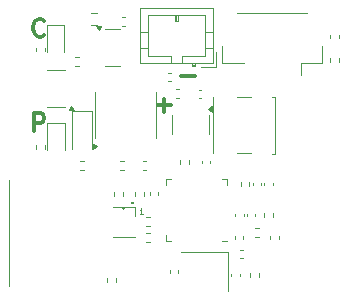
<source format=gto>
G04 #@! TF.GenerationSoftware,KiCad,Pcbnew,8.0.4*
G04 #@! TF.CreationDate,2024-07-24T18:14:05+02:00*
G04 #@! TF.ProjectId,ESP32-C3-V3,45535033-322d-4433-932d-56332e6b6963,rev?*
G04 #@! TF.SameCoordinates,Original*
G04 #@! TF.FileFunction,Legend,Top*
G04 #@! TF.FilePolarity,Positive*
%FSLAX46Y46*%
G04 Gerber Fmt 4.6, Leading zero omitted, Abs format (unit mm)*
G04 Created by KiCad (PCBNEW 8.0.4) date 2024-07-24 18:14:05*
%MOMM*%
%LPD*%
G01*
G04 APERTURE LIST*
%ADD10C,0.300000*%
%ADD11C,0.125000*%
%ADD12C,0.200000*%
%ADD13C,0.120000*%
G04 APERTURE END LIST*
D10*
X47445489Y5870600D02*
X46302632Y5870600D01*
X45445489Y3370600D02*
X44302632Y3370600D01*
X44874060Y2799172D02*
X44874060Y3942029D01*
X34711653Y9342029D02*
X34640225Y9270600D01*
X34640225Y9270600D02*
X34425939Y9199172D01*
X34425939Y9199172D02*
X34283082Y9199172D01*
X34283082Y9199172D02*
X34068796Y9270600D01*
X34068796Y9270600D02*
X33925939Y9413458D01*
X33925939Y9413458D02*
X33854510Y9556315D01*
X33854510Y9556315D02*
X33783082Y9842029D01*
X33783082Y9842029D02*
X33783082Y10056315D01*
X33783082Y10056315D02*
X33854510Y10342029D01*
X33854510Y10342029D02*
X33925939Y10484886D01*
X33925939Y10484886D02*
X34068796Y10627743D01*
X34068796Y10627743D02*
X34283082Y10699172D01*
X34283082Y10699172D02*
X34425939Y10699172D01*
X34425939Y10699172D02*
X34640225Y10627743D01*
X34640225Y10627743D02*
X34711653Y10556315D01*
X33854510Y1199172D02*
X33854510Y2699172D01*
X33854510Y2699172D02*
X34425939Y2699172D01*
X34425939Y2699172D02*
X34568796Y2627743D01*
X34568796Y2627743D02*
X34640225Y2556315D01*
X34640225Y2556315D02*
X34711653Y2413458D01*
X34711653Y2413458D02*
X34711653Y2199172D01*
X34711653Y2199172D02*
X34640225Y2056315D01*
X34640225Y2056315D02*
X34568796Y1984886D01*
X34568796Y1984886D02*
X34425939Y1913458D01*
X34425939Y1913458D02*
X33854510Y1913458D01*
D11*
X43063188Y-5822309D02*
X42777474Y-5822309D01*
X42920331Y-5822309D02*
X42920331Y-5322309D01*
X42920331Y-5322309D02*
X42872712Y-5393738D01*
X42872712Y-5393738D02*
X42825093Y-5441357D01*
X42825093Y-5441357D02*
X42777474Y-5465166D01*
D12*
X42228019Y-4859673D02*
X42180400Y-4907292D01*
X42180400Y-4907292D02*
X42132780Y-4859673D01*
X42132780Y-4859673D02*
X42180400Y-4812054D01*
X42180400Y-4812054D02*
X42228019Y-4859673D01*
X42228019Y-4859673D02*
X42132780Y-4859673D01*
D13*
G04 #@! TO.C,C3*
X53840000Y-7692164D02*
X53840000Y-7907836D01*
X54560000Y-7692164D02*
X54560000Y-7907836D01*
G04 #@! TO.C,R3*
X40020000Y-11246359D02*
X40020000Y-11553641D01*
X40780000Y-11246359D02*
X40780000Y-11553641D01*
G04 #@! TO.C,C5*
X48040000Y-1292164D02*
X48040000Y-1507836D01*
X48760000Y-1292164D02*
X48760000Y-1507836D01*
G04 #@! TO.C,R14*
X34020000Y3641D02*
X34020000Y-303641D01*
X34780000Y3641D02*
X34780000Y-303641D01*
G04 #@! TO.C,R9*
X58920000Y9353641D02*
X58920000Y9046359D01*
X59680000Y9353641D02*
X59680000Y9046359D01*
G04 #@! TO.C,R5*
X51320000Y-3146359D02*
X51320000Y-3453641D01*
X52080000Y-3146359D02*
X52080000Y-3453641D01*
G04 #@! TO.C,C1*
X51292164Y-8840000D02*
X51507836Y-8840000D01*
X51292164Y-9560000D02*
X51507836Y-9560000D01*
G04 #@! TO.C,C12*
X45340000Y-10807836D02*
X45340000Y-10592164D01*
X46060000Y-10807836D02*
X46060000Y-10592164D01*
G04 #@! TO.C,R20*
X39137258Y11222500D02*
X38662742Y11222500D01*
X39137258Y10177500D02*
X38662742Y10177500D01*
G04 #@! TO.C,R12*
X42420000Y-3946359D02*
X42420000Y-4253641D01*
X43180000Y-3946359D02*
X43180000Y-4253641D01*
G04 #@! TO.C,C11*
X43640000Y-3992164D02*
X43640000Y-4207836D01*
X44360000Y-3992164D02*
X44360000Y-4207836D01*
G04 #@! TO.C,C13*
X52340000Y-3387836D02*
X52340000Y-3172164D01*
X53060000Y-3387836D02*
X53060000Y-3172164D01*
G04 #@! TO.C,D1*
X40500000Y-5190000D02*
X42400000Y-5190000D01*
X40500000Y-7790000D02*
X42350000Y-7790000D01*
X41400000Y-5390000D02*
X41300000Y-5190000D01*
X41500000Y-5190000D02*
X41400000Y-5390000D01*
X42400000Y-5190000D02*
X42400000Y-5965000D01*
G04 #@! TO.C,D2*
X34925000Y10145000D02*
X34925000Y7860000D01*
X36395000Y10145000D02*
X34925000Y10145000D01*
X36395000Y7860000D02*
X36395000Y10145000D01*
G04 #@! TO.C,C6*
X50840000Y-7692164D02*
X50840000Y-7907836D01*
X51560000Y-7692164D02*
X51560000Y-7907836D01*
G04 #@! TO.C,U1*
X31720000Y-2910000D02*
X31720000Y-11910000D01*
G04 #@! TO.C,R4*
X45846359Y4730000D02*
X46153641Y4730000D01*
X45846359Y3970000D02*
X46153641Y3970000D01*
G04 #@! TO.C,J2*
X42840000Y11660000D02*
X42840000Y6940000D01*
X42840000Y9550000D02*
X43450000Y9550000D01*
X42840000Y8250000D02*
X43450000Y8250000D01*
X42840000Y6940000D02*
X48960000Y6940000D01*
X43450000Y11050000D02*
X43450000Y7550000D01*
X43450000Y7550000D02*
X45400000Y7550000D01*
X45400000Y7550000D02*
X45400000Y6940000D01*
X45800000Y10550000D02*
X45800000Y11050000D01*
X45900000Y11050000D02*
X45900000Y10550000D01*
X46000000Y11050000D02*
X46000000Y10550000D01*
X46000000Y10550000D02*
X45800000Y10550000D01*
X46400000Y7550000D02*
X48350000Y7550000D01*
X46400000Y6940000D02*
X46400000Y7550000D01*
X47200000Y6940000D02*
X47200000Y6740000D01*
X47200000Y6840000D02*
X47500000Y6840000D01*
X47200000Y6740000D02*
X47500000Y6740000D01*
X47500000Y6740000D02*
X47500000Y6940000D01*
X48010000Y6640000D02*
X49260000Y6640000D01*
X48350000Y11050000D02*
X43450000Y11050000D01*
X48350000Y7550000D02*
X48350000Y11050000D01*
X48960000Y11660000D02*
X42840000Y11660000D01*
X48960000Y9550000D02*
X48350000Y9550000D01*
X48960000Y8250000D02*
X48350000Y8250000D01*
X48960000Y6940000D02*
X48960000Y11660000D01*
X49260000Y6640000D02*
X49260000Y7890000D01*
G04 #@! TO.C,R8*
X43643641Y-7420000D02*
X43336359Y-7420000D01*
X43643641Y-8180000D02*
X43336359Y-8180000D01*
G04 #@! TO.C,R1*
X52120000Y-11143641D02*
X52120000Y-10836359D01*
X52880000Y-11143641D02*
X52880000Y-10836359D01*
G04 #@! TO.C,C8*
X43307836Y-1340000D02*
X43092164Y-1340000D01*
X43307836Y-2060000D02*
X43092164Y-2060000D01*
G04 #@! TO.C,R16*
X41453641Y-1320000D02*
X41146359Y-1320000D01*
X41453641Y-2080000D02*
X41146359Y-2080000D01*
G04 #@! TO.C,R13*
X41553641Y10880000D02*
X41246359Y10880000D01*
X41553641Y10120000D02*
X41246359Y10120000D01*
G04 #@! TO.C,R19*
X53320000Y-6053641D02*
X53320000Y-5746359D01*
X54080000Y-6053641D02*
X54080000Y-5746359D01*
G04 #@! TO.C,L1*
X52853641Y-7020000D02*
X52546359Y-7020000D01*
X52853641Y-7780000D02*
X52546359Y-7780000D01*
G04 #@! TO.C,D4*
X37050000Y2910000D02*
X37050000Y-350000D01*
X38750000Y2910000D02*
X37050000Y2910000D01*
X38750000Y2910000D02*
X38750000Y-350000D01*
G04 #@! TO.C,J1*
X49790000Y8390000D02*
X49790000Y6940000D01*
X49790000Y6940000D02*
X51590000Y6940000D01*
X56460000Y6940000D02*
X56460000Y5950000D01*
X56990000Y11210000D02*
X51060000Y11210000D01*
X58260000Y8390000D02*
X58260000Y6940000D01*
X58260000Y6940000D02*
X56460000Y6940000D01*
G04 #@! TO.C,R15*
X38053641Y-1320000D02*
X37746359Y-1320000D01*
X38053641Y-2080000D02*
X37746359Y-2080000D01*
G04 #@! TO.C,R2*
X40610000Y-4253641D02*
X40610000Y-3946359D01*
X41370000Y-4253641D02*
X41370000Y-3946359D01*
G04 #@! TO.C,D3*
X34965000Y1885000D02*
X34965000Y-400000D01*
X36435000Y1885000D02*
X34965000Y1885000D01*
X36435000Y-400000D02*
X36435000Y1885000D01*
G04 #@! TO.C,R11*
X34020000Y8263641D02*
X34020000Y7956359D01*
X34780000Y8263641D02*
X34780000Y7956359D01*
G04 #@! TO.C,R10*
X58920000Y7046359D02*
X58920000Y7353641D01*
X59680000Y7046359D02*
X59680000Y7353641D01*
G04 #@! TO.C,Q1*
X40462500Y9810000D02*
X39812500Y9810000D01*
X40462500Y9810000D02*
X41112500Y9810000D01*
X40462500Y6690000D02*
X39812500Y6690000D01*
X40462500Y6690000D02*
X41112500Y6690000D01*
X39300000Y9760000D02*
X39060000Y10090000D01*
X39540000Y10090000D01*
X39300000Y9760000D01*
G36*
X39300000Y9760000D02*
G01*
X39060000Y10090000D01*
X39540000Y10090000D01*
X39300000Y9760000D01*
G37*
G04 #@! TO.C,SW2*
X49000000Y4070000D02*
X49000000Y-670000D01*
X51000000Y4070000D02*
X52200000Y4070000D01*
X51000000Y-670000D02*
X52200000Y-670000D01*
X54200000Y4070000D02*
X54000000Y4070000D01*
X54200000Y4070000D02*
X54200000Y-670000D01*
X54200000Y-700000D02*
X54000000Y-700000D01*
G04 #@! TO.C,C14*
X53340000Y-3387836D02*
X53340000Y-3172164D01*
X54060000Y-3387836D02*
X54060000Y-3172164D01*
G04 #@! TO.C,R6*
X46220000Y-1246359D02*
X46220000Y-1553641D01*
X46980000Y-1246359D02*
X46980000Y-1553641D01*
G04 #@! TO.C,C9*
X45192164Y6160000D02*
X45407836Y6160000D01*
X45192164Y5440000D02*
X45407836Y5440000D01*
G04 #@! TO.C,R7*
X43653641Y-6110000D02*
X43346359Y-6110000D01*
X43653641Y-6870000D02*
X43346359Y-6870000D01*
G04 #@! TO.C,R18*
X37653641Y7480000D02*
X37346359Y7480000D01*
X37653641Y6720000D02*
X37346359Y6720000D01*
G04 #@! TO.C,U5*
X45540000Y1750000D02*
X45540000Y2550000D01*
X45540000Y1750000D02*
X45540000Y950000D01*
X48660000Y1750000D02*
X48660000Y2550000D01*
X48660000Y1750000D02*
X48660000Y950000D01*
X48940000Y2810000D02*
X48610000Y3050000D01*
X48940000Y3290000D01*
X48940000Y2810000D01*
G36*
X48940000Y2810000D02*
G01*
X48610000Y3050000D01*
X48940000Y3290000D01*
X48940000Y2810000D01*
G37*
G04 #@! TO.C,C7*
X50890000Y-5792164D02*
X50890000Y-6007836D01*
X51610000Y-5792164D02*
X51610000Y-6007836D01*
G04 #@! TO.C,U3*
X44990000Y-2890000D02*
X44990000Y-3365000D01*
X44990000Y-8110000D02*
X44990000Y-7635000D01*
X45465000Y-2890000D02*
X44990000Y-2890000D01*
X45465000Y-8110000D02*
X44990000Y-8110000D01*
X49735000Y-2890000D02*
X50210000Y-2890000D01*
X49735000Y-8110000D02*
X50210000Y-8110000D01*
X50210000Y-2890000D02*
X50210000Y-3365000D01*
G04 #@! TO.C,C2*
X51840000Y-5792164D02*
X51840000Y-6007836D01*
X52560000Y-5792164D02*
X52560000Y-6007836D01*
G04 #@! TO.C,C4*
X47772164Y4710000D02*
X47987836Y4710000D01*
X47772164Y3990000D02*
X47987836Y3990000D01*
G04 #@! TO.C,Y1*
X50300000Y-9050000D02*
X46300000Y-9050000D01*
X50300000Y-12350000D02*
X50300000Y-9050000D01*
G04 #@! TO.C,C10*
X50540000Y-10892164D02*
X50540000Y-11107836D01*
X51260000Y-10892164D02*
X51260000Y-11107836D01*
G04 #@! TO.C,U4*
X39040000Y2600000D02*
X39040000Y4550000D01*
X39040000Y2600000D02*
X39040000Y650000D01*
X44160000Y2600000D02*
X44160000Y4550000D01*
X44160000Y2600000D02*
X44160000Y650000D01*
X39135000Y-100000D02*
X38805000Y-340000D01*
X38805000Y140000D01*
X39135000Y-100000D01*
G36*
X39135000Y-100000D02*
G01*
X38805000Y-340000D01*
X38805000Y140000D01*
X39135000Y-100000D01*
G37*
G04 #@! TO.C,U2*
X35700000Y6370000D02*
X34900000Y6370000D01*
X35700000Y6370000D02*
X36500000Y6370000D01*
X35700000Y3250000D02*
X34900000Y3250000D01*
X35700000Y3250000D02*
X36500000Y3250000D01*
X37240000Y2970000D02*
X36760000Y2970000D01*
X37000000Y3300000D01*
X37240000Y2970000D01*
G36*
X37240000Y2970000D02*
G01*
X36760000Y2970000D01*
X37000000Y3300000D01*
X37240000Y2970000D01*
G37*
G04 #@! TD*
M02*

</source>
